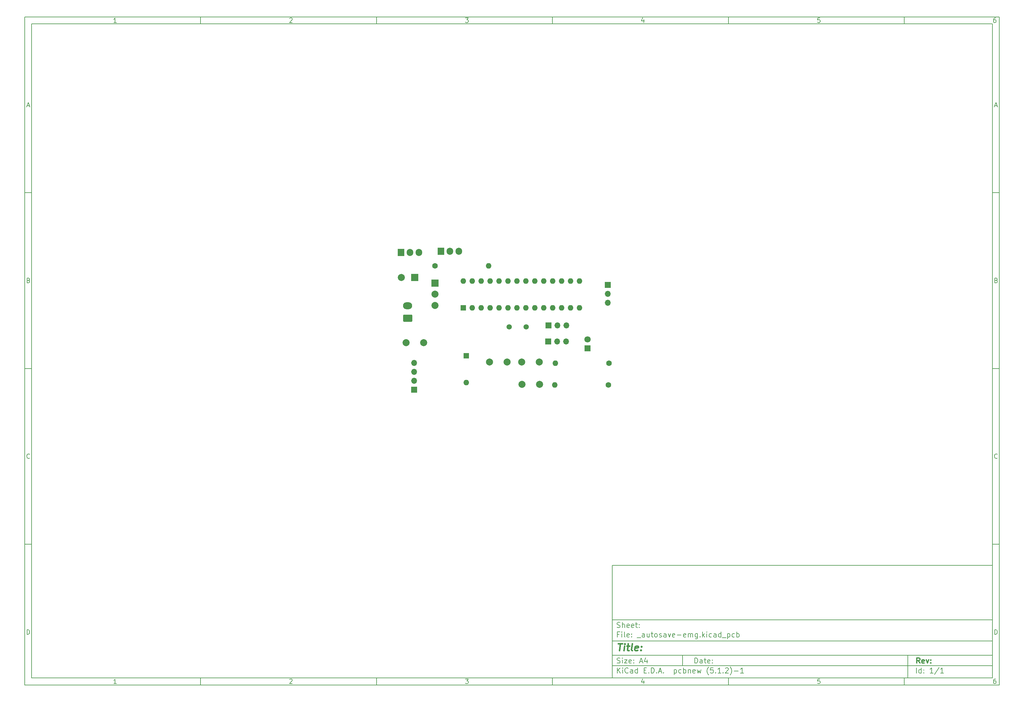
<source format=gbs>
G04 #@! TF.GenerationSoftware,KiCad,Pcbnew,(5.1.2)-1*
G04 #@! TF.CreationDate,2019-08-23T16:27:45-05:00*
G04 #@! TF.ProjectId,_autosave-emg,5f617574-6f73-4617-9665-2d656d672e6b,rev?*
G04 #@! TF.SameCoordinates,Original*
G04 #@! TF.FileFunction,Soldermask,Bot*
G04 #@! TF.FilePolarity,Negative*
%FSLAX46Y46*%
G04 Gerber Fmt 4.6, Leading zero omitted, Abs format (unit mm)*
G04 Created by KiCad (PCBNEW (5.1.2)-1) date 2019-08-23 16:27:45*
%MOMM*%
%LPD*%
G04 APERTURE LIST*
%ADD10C,0.200000*%
%ADD11C,0.150000*%
%ADD12C,0.300000*%
%ADD13C,0.400000*%
%ADD14R,1.998980X1.998980*%
%ADD15C,1.998980*%
%ADD16C,2.000000*%
%ADD17R,1.800000X1.800000*%
%ADD18C,1.800000*%
%ADD19R,1.700000X1.700000*%
%ADD20O,1.700000X1.700000*%
%ADD21O,2.600000X2.000000*%
%ADD22O,1.600000X1.600000*%
%ADD23C,1.600000*%
%ADD24R,1.600000X1.600000*%
%ADD25O,1.905000X2.000000*%
%ADD26R,1.905000X2.000000*%
%ADD27C,1.500000*%
G04 APERTURE END LIST*
D10*
D11*
X177002200Y-166007200D02*
X177002200Y-198007200D01*
X285002200Y-198007200D01*
X285002200Y-166007200D01*
X177002200Y-166007200D01*
D10*
D11*
X10000000Y-10000000D02*
X10000000Y-200007200D01*
X287002200Y-200007200D01*
X287002200Y-10000000D01*
X10000000Y-10000000D01*
D10*
D11*
X12000000Y-12000000D02*
X12000000Y-198007200D01*
X285002200Y-198007200D01*
X285002200Y-12000000D01*
X12000000Y-12000000D01*
D10*
D11*
X60000000Y-12000000D02*
X60000000Y-10000000D01*
D10*
D11*
X110000000Y-12000000D02*
X110000000Y-10000000D01*
D10*
D11*
X160000000Y-12000000D02*
X160000000Y-10000000D01*
D10*
D11*
X210000000Y-12000000D02*
X210000000Y-10000000D01*
D10*
D11*
X260000000Y-12000000D02*
X260000000Y-10000000D01*
D10*
D11*
X36065476Y-11588095D02*
X35322619Y-11588095D01*
X35694047Y-11588095D02*
X35694047Y-10288095D01*
X35570238Y-10473809D01*
X35446428Y-10597619D01*
X35322619Y-10659523D01*
D10*
D11*
X85322619Y-10411904D02*
X85384523Y-10350000D01*
X85508333Y-10288095D01*
X85817857Y-10288095D01*
X85941666Y-10350000D01*
X86003571Y-10411904D01*
X86065476Y-10535714D01*
X86065476Y-10659523D01*
X86003571Y-10845238D01*
X85260714Y-11588095D01*
X86065476Y-11588095D01*
D10*
D11*
X135260714Y-10288095D02*
X136065476Y-10288095D01*
X135632142Y-10783333D01*
X135817857Y-10783333D01*
X135941666Y-10845238D01*
X136003571Y-10907142D01*
X136065476Y-11030952D01*
X136065476Y-11340476D01*
X136003571Y-11464285D01*
X135941666Y-11526190D01*
X135817857Y-11588095D01*
X135446428Y-11588095D01*
X135322619Y-11526190D01*
X135260714Y-11464285D01*
D10*
D11*
X185941666Y-10721428D02*
X185941666Y-11588095D01*
X185632142Y-10226190D02*
X185322619Y-11154761D01*
X186127380Y-11154761D01*
D10*
D11*
X236003571Y-10288095D02*
X235384523Y-10288095D01*
X235322619Y-10907142D01*
X235384523Y-10845238D01*
X235508333Y-10783333D01*
X235817857Y-10783333D01*
X235941666Y-10845238D01*
X236003571Y-10907142D01*
X236065476Y-11030952D01*
X236065476Y-11340476D01*
X236003571Y-11464285D01*
X235941666Y-11526190D01*
X235817857Y-11588095D01*
X235508333Y-11588095D01*
X235384523Y-11526190D01*
X235322619Y-11464285D01*
D10*
D11*
X285941666Y-10288095D02*
X285694047Y-10288095D01*
X285570238Y-10350000D01*
X285508333Y-10411904D01*
X285384523Y-10597619D01*
X285322619Y-10845238D01*
X285322619Y-11340476D01*
X285384523Y-11464285D01*
X285446428Y-11526190D01*
X285570238Y-11588095D01*
X285817857Y-11588095D01*
X285941666Y-11526190D01*
X286003571Y-11464285D01*
X286065476Y-11340476D01*
X286065476Y-11030952D01*
X286003571Y-10907142D01*
X285941666Y-10845238D01*
X285817857Y-10783333D01*
X285570238Y-10783333D01*
X285446428Y-10845238D01*
X285384523Y-10907142D01*
X285322619Y-11030952D01*
D10*
D11*
X60000000Y-198007200D02*
X60000000Y-200007200D01*
D10*
D11*
X110000000Y-198007200D02*
X110000000Y-200007200D01*
D10*
D11*
X160000000Y-198007200D02*
X160000000Y-200007200D01*
D10*
D11*
X210000000Y-198007200D02*
X210000000Y-200007200D01*
D10*
D11*
X260000000Y-198007200D02*
X260000000Y-200007200D01*
D10*
D11*
X36065476Y-199595295D02*
X35322619Y-199595295D01*
X35694047Y-199595295D02*
X35694047Y-198295295D01*
X35570238Y-198481009D01*
X35446428Y-198604819D01*
X35322619Y-198666723D01*
D10*
D11*
X85322619Y-198419104D02*
X85384523Y-198357200D01*
X85508333Y-198295295D01*
X85817857Y-198295295D01*
X85941666Y-198357200D01*
X86003571Y-198419104D01*
X86065476Y-198542914D01*
X86065476Y-198666723D01*
X86003571Y-198852438D01*
X85260714Y-199595295D01*
X86065476Y-199595295D01*
D10*
D11*
X135260714Y-198295295D02*
X136065476Y-198295295D01*
X135632142Y-198790533D01*
X135817857Y-198790533D01*
X135941666Y-198852438D01*
X136003571Y-198914342D01*
X136065476Y-199038152D01*
X136065476Y-199347676D01*
X136003571Y-199471485D01*
X135941666Y-199533390D01*
X135817857Y-199595295D01*
X135446428Y-199595295D01*
X135322619Y-199533390D01*
X135260714Y-199471485D01*
D10*
D11*
X185941666Y-198728628D02*
X185941666Y-199595295D01*
X185632142Y-198233390D02*
X185322619Y-199161961D01*
X186127380Y-199161961D01*
D10*
D11*
X236003571Y-198295295D02*
X235384523Y-198295295D01*
X235322619Y-198914342D01*
X235384523Y-198852438D01*
X235508333Y-198790533D01*
X235817857Y-198790533D01*
X235941666Y-198852438D01*
X236003571Y-198914342D01*
X236065476Y-199038152D01*
X236065476Y-199347676D01*
X236003571Y-199471485D01*
X235941666Y-199533390D01*
X235817857Y-199595295D01*
X235508333Y-199595295D01*
X235384523Y-199533390D01*
X235322619Y-199471485D01*
D10*
D11*
X285941666Y-198295295D02*
X285694047Y-198295295D01*
X285570238Y-198357200D01*
X285508333Y-198419104D01*
X285384523Y-198604819D01*
X285322619Y-198852438D01*
X285322619Y-199347676D01*
X285384523Y-199471485D01*
X285446428Y-199533390D01*
X285570238Y-199595295D01*
X285817857Y-199595295D01*
X285941666Y-199533390D01*
X286003571Y-199471485D01*
X286065476Y-199347676D01*
X286065476Y-199038152D01*
X286003571Y-198914342D01*
X285941666Y-198852438D01*
X285817857Y-198790533D01*
X285570238Y-198790533D01*
X285446428Y-198852438D01*
X285384523Y-198914342D01*
X285322619Y-199038152D01*
D10*
D11*
X10000000Y-60000000D02*
X12000000Y-60000000D01*
D10*
D11*
X10000000Y-110000000D02*
X12000000Y-110000000D01*
D10*
D11*
X10000000Y-160000000D02*
X12000000Y-160000000D01*
D10*
D11*
X10690476Y-35216666D02*
X11309523Y-35216666D01*
X10566666Y-35588095D02*
X11000000Y-34288095D01*
X11433333Y-35588095D01*
D10*
D11*
X11092857Y-84907142D02*
X11278571Y-84969047D01*
X11340476Y-85030952D01*
X11402380Y-85154761D01*
X11402380Y-85340476D01*
X11340476Y-85464285D01*
X11278571Y-85526190D01*
X11154761Y-85588095D01*
X10659523Y-85588095D01*
X10659523Y-84288095D01*
X11092857Y-84288095D01*
X11216666Y-84350000D01*
X11278571Y-84411904D01*
X11340476Y-84535714D01*
X11340476Y-84659523D01*
X11278571Y-84783333D01*
X11216666Y-84845238D01*
X11092857Y-84907142D01*
X10659523Y-84907142D01*
D10*
D11*
X11402380Y-135464285D02*
X11340476Y-135526190D01*
X11154761Y-135588095D01*
X11030952Y-135588095D01*
X10845238Y-135526190D01*
X10721428Y-135402380D01*
X10659523Y-135278571D01*
X10597619Y-135030952D01*
X10597619Y-134845238D01*
X10659523Y-134597619D01*
X10721428Y-134473809D01*
X10845238Y-134350000D01*
X11030952Y-134288095D01*
X11154761Y-134288095D01*
X11340476Y-134350000D01*
X11402380Y-134411904D01*
D10*
D11*
X10659523Y-185588095D02*
X10659523Y-184288095D01*
X10969047Y-184288095D01*
X11154761Y-184350000D01*
X11278571Y-184473809D01*
X11340476Y-184597619D01*
X11402380Y-184845238D01*
X11402380Y-185030952D01*
X11340476Y-185278571D01*
X11278571Y-185402380D01*
X11154761Y-185526190D01*
X10969047Y-185588095D01*
X10659523Y-185588095D01*
D10*
D11*
X287002200Y-60000000D02*
X285002200Y-60000000D01*
D10*
D11*
X287002200Y-110000000D02*
X285002200Y-110000000D01*
D10*
D11*
X287002200Y-160000000D02*
X285002200Y-160000000D01*
D10*
D11*
X285692676Y-35216666D02*
X286311723Y-35216666D01*
X285568866Y-35588095D02*
X286002200Y-34288095D01*
X286435533Y-35588095D01*
D10*
D11*
X286095057Y-84907142D02*
X286280771Y-84969047D01*
X286342676Y-85030952D01*
X286404580Y-85154761D01*
X286404580Y-85340476D01*
X286342676Y-85464285D01*
X286280771Y-85526190D01*
X286156961Y-85588095D01*
X285661723Y-85588095D01*
X285661723Y-84288095D01*
X286095057Y-84288095D01*
X286218866Y-84350000D01*
X286280771Y-84411904D01*
X286342676Y-84535714D01*
X286342676Y-84659523D01*
X286280771Y-84783333D01*
X286218866Y-84845238D01*
X286095057Y-84907142D01*
X285661723Y-84907142D01*
D10*
D11*
X286404580Y-135464285D02*
X286342676Y-135526190D01*
X286156961Y-135588095D01*
X286033152Y-135588095D01*
X285847438Y-135526190D01*
X285723628Y-135402380D01*
X285661723Y-135278571D01*
X285599819Y-135030952D01*
X285599819Y-134845238D01*
X285661723Y-134597619D01*
X285723628Y-134473809D01*
X285847438Y-134350000D01*
X286033152Y-134288095D01*
X286156961Y-134288095D01*
X286342676Y-134350000D01*
X286404580Y-134411904D01*
D10*
D11*
X285661723Y-185588095D02*
X285661723Y-184288095D01*
X285971247Y-184288095D01*
X286156961Y-184350000D01*
X286280771Y-184473809D01*
X286342676Y-184597619D01*
X286404580Y-184845238D01*
X286404580Y-185030952D01*
X286342676Y-185278571D01*
X286280771Y-185402380D01*
X286156961Y-185526190D01*
X285971247Y-185588095D01*
X285661723Y-185588095D01*
D10*
D11*
X200434342Y-193785771D02*
X200434342Y-192285771D01*
X200791485Y-192285771D01*
X201005771Y-192357200D01*
X201148628Y-192500057D01*
X201220057Y-192642914D01*
X201291485Y-192928628D01*
X201291485Y-193142914D01*
X201220057Y-193428628D01*
X201148628Y-193571485D01*
X201005771Y-193714342D01*
X200791485Y-193785771D01*
X200434342Y-193785771D01*
X202577200Y-193785771D02*
X202577200Y-193000057D01*
X202505771Y-192857200D01*
X202362914Y-192785771D01*
X202077200Y-192785771D01*
X201934342Y-192857200D01*
X202577200Y-193714342D02*
X202434342Y-193785771D01*
X202077200Y-193785771D01*
X201934342Y-193714342D01*
X201862914Y-193571485D01*
X201862914Y-193428628D01*
X201934342Y-193285771D01*
X202077200Y-193214342D01*
X202434342Y-193214342D01*
X202577200Y-193142914D01*
X203077200Y-192785771D02*
X203648628Y-192785771D01*
X203291485Y-192285771D02*
X203291485Y-193571485D01*
X203362914Y-193714342D01*
X203505771Y-193785771D01*
X203648628Y-193785771D01*
X204720057Y-193714342D02*
X204577200Y-193785771D01*
X204291485Y-193785771D01*
X204148628Y-193714342D01*
X204077200Y-193571485D01*
X204077200Y-193000057D01*
X204148628Y-192857200D01*
X204291485Y-192785771D01*
X204577200Y-192785771D01*
X204720057Y-192857200D01*
X204791485Y-193000057D01*
X204791485Y-193142914D01*
X204077200Y-193285771D01*
X205434342Y-193642914D02*
X205505771Y-193714342D01*
X205434342Y-193785771D01*
X205362914Y-193714342D01*
X205434342Y-193642914D01*
X205434342Y-193785771D01*
X205434342Y-192857200D02*
X205505771Y-192928628D01*
X205434342Y-193000057D01*
X205362914Y-192928628D01*
X205434342Y-192857200D01*
X205434342Y-193000057D01*
D10*
D11*
X177002200Y-194507200D02*
X285002200Y-194507200D01*
D10*
D11*
X178434342Y-196585771D02*
X178434342Y-195085771D01*
X179291485Y-196585771D02*
X178648628Y-195728628D01*
X179291485Y-195085771D02*
X178434342Y-195942914D01*
X179934342Y-196585771D02*
X179934342Y-195585771D01*
X179934342Y-195085771D02*
X179862914Y-195157200D01*
X179934342Y-195228628D01*
X180005771Y-195157200D01*
X179934342Y-195085771D01*
X179934342Y-195228628D01*
X181505771Y-196442914D02*
X181434342Y-196514342D01*
X181220057Y-196585771D01*
X181077200Y-196585771D01*
X180862914Y-196514342D01*
X180720057Y-196371485D01*
X180648628Y-196228628D01*
X180577200Y-195942914D01*
X180577200Y-195728628D01*
X180648628Y-195442914D01*
X180720057Y-195300057D01*
X180862914Y-195157200D01*
X181077200Y-195085771D01*
X181220057Y-195085771D01*
X181434342Y-195157200D01*
X181505771Y-195228628D01*
X182791485Y-196585771D02*
X182791485Y-195800057D01*
X182720057Y-195657200D01*
X182577200Y-195585771D01*
X182291485Y-195585771D01*
X182148628Y-195657200D01*
X182791485Y-196514342D02*
X182648628Y-196585771D01*
X182291485Y-196585771D01*
X182148628Y-196514342D01*
X182077200Y-196371485D01*
X182077200Y-196228628D01*
X182148628Y-196085771D01*
X182291485Y-196014342D01*
X182648628Y-196014342D01*
X182791485Y-195942914D01*
X184148628Y-196585771D02*
X184148628Y-195085771D01*
X184148628Y-196514342D02*
X184005771Y-196585771D01*
X183720057Y-196585771D01*
X183577200Y-196514342D01*
X183505771Y-196442914D01*
X183434342Y-196300057D01*
X183434342Y-195871485D01*
X183505771Y-195728628D01*
X183577200Y-195657200D01*
X183720057Y-195585771D01*
X184005771Y-195585771D01*
X184148628Y-195657200D01*
X186005771Y-195800057D02*
X186505771Y-195800057D01*
X186720057Y-196585771D02*
X186005771Y-196585771D01*
X186005771Y-195085771D01*
X186720057Y-195085771D01*
X187362914Y-196442914D02*
X187434342Y-196514342D01*
X187362914Y-196585771D01*
X187291485Y-196514342D01*
X187362914Y-196442914D01*
X187362914Y-196585771D01*
X188077200Y-196585771D02*
X188077200Y-195085771D01*
X188434342Y-195085771D01*
X188648628Y-195157200D01*
X188791485Y-195300057D01*
X188862914Y-195442914D01*
X188934342Y-195728628D01*
X188934342Y-195942914D01*
X188862914Y-196228628D01*
X188791485Y-196371485D01*
X188648628Y-196514342D01*
X188434342Y-196585771D01*
X188077200Y-196585771D01*
X189577200Y-196442914D02*
X189648628Y-196514342D01*
X189577200Y-196585771D01*
X189505771Y-196514342D01*
X189577200Y-196442914D01*
X189577200Y-196585771D01*
X190220057Y-196157200D02*
X190934342Y-196157200D01*
X190077200Y-196585771D02*
X190577200Y-195085771D01*
X191077200Y-196585771D01*
X191577200Y-196442914D02*
X191648628Y-196514342D01*
X191577200Y-196585771D01*
X191505771Y-196514342D01*
X191577200Y-196442914D01*
X191577200Y-196585771D01*
X194577200Y-195585771D02*
X194577200Y-197085771D01*
X194577200Y-195657200D02*
X194720057Y-195585771D01*
X195005771Y-195585771D01*
X195148628Y-195657200D01*
X195220057Y-195728628D01*
X195291485Y-195871485D01*
X195291485Y-196300057D01*
X195220057Y-196442914D01*
X195148628Y-196514342D01*
X195005771Y-196585771D01*
X194720057Y-196585771D01*
X194577200Y-196514342D01*
X196577200Y-196514342D02*
X196434342Y-196585771D01*
X196148628Y-196585771D01*
X196005771Y-196514342D01*
X195934342Y-196442914D01*
X195862914Y-196300057D01*
X195862914Y-195871485D01*
X195934342Y-195728628D01*
X196005771Y-195657200D01*
X196148628Y-195585771D01*
X196434342Y-195585771D01*
X196577200Y-195657200D01*
X197220057Y-196585771D02*
X197220057Y-195085771D01*
X197220057Y-195657200D02*
X197362914Y-195585771D01*
X197648628Y-195585771D01*
X197791485Y-195657200D01*
X197862914Y-195728628D01*
X197934342Y-195871485D01*
X197934342Y-196300057D01*
X197862914Y-196442914D01*
X197791485Y-196514342D01*
X197648628Y-196585771D01*
X197362914Y-196585771D01*
X197220057Y-196514342D01*
X198577200Y-195585771D02*
X198577200Y-196585771D01*
X198577200Y-195728628D02*
X198648628Y-195657200D01*
X198791485Y-195585771D01*
X199005771Y-195585771D01*
X199148628Y-195657200D01*
X199220057Y-195800057D01*
X199220057Y-196585771D01*
X200505771Y-196514342D02*
X200362914Y-196585771D01*
X200077200Y-196585771D01*
X199934342Y-196514342D01*
X199862914Y-196371485D01*
X199862914Y-195800057D01*
X199934342Y-195657200D01*
X200077200Y-195585771D01*
X200362914Y-195585771D01*
X200505771Y-195657200D01*
X200577200Y-195800057D01*
X200577200Y-195942914D01*
X199862914Y-196085771D01*
X201077200Y-195585771D02*
X201362914Y-196585771D01*
X201648628Y-195871485D01*
X201934342Y-196585771D01*
X202220057Y-195585771D01*
X204362914Y-197157200D02*
X204291485Y-197085771D01*
X204148628Y-196871485D01*
X204077200Y-196728628D01*
X204005771Y-196514342D01*
X203934342Y-196157200D01*
X203934342Y-195871485D01*
X204005771Y-195514342D01*
X204077200Y-195300057D01*
X204148628Y-195157200D01*
X204291485Y-194942914D01*
X204362914Y-194871485D01*
X205648628Y-195085771D02*
X204934342Y-195085771D01*
X204862914Y-195800057D01*
X204934342Y-195728628D01*
X205077200Y-195657200D01*
X205434342Y-195657200D01*
X205577200Y-195728628D01*
X205648628Y-195800057D01*
X205720057Y-195942914D01*
X205720057Y-196300057D01*
X205648628Y-196442914D01*
X205577200Y-196514342D01*
X205434342Y-196585771D01*
X205077200Y-196585771D01*
X204934342Y-196514342D01*
X204862914Y-196442914D01*
X206362914Y-196442914D02*
X206434342Y-196514342D01*
X206362914Y-196585771D01*
X206291485Y-196514342D01*
X206362914Y-196442914D01*
X206362914Y-196585771D01*
X207862914Y-196585771D02*
X207005771Y-196585771D01*
X207434342Y-196585771D02*
X207434342Y-195085771D01*
X207291485Y-195300057D01*
X207148628Y-195442914D01*
X207005771Y-195514342D01*
X208505771Y-196442914D02*
X208577200Y-196514342D01*
X208505771Y-196585771D01*
X208434342Y-196514342D01*
X208505771Y-196442914D01*
X208505771Y-196585771D01*
X209148628Y-195228628D02*
X209220057Y-195157200D01*
X209362914Y-195085771D01*
X209720057Y-195085771D01*
X209862914Y-195157200D01*
X209934342Y-195228628D01*
X210005771Y-195371485D01*
X210005771Y-195514342D01*
X209934342Y-195728628D01*
X209077200Y-196585771D01*
X210005771Y-196585771D01*
X210505771Y-197157200D02*
X210577200Y-197085771D01*
X210720057Y-196871485D01*
X210791485Y-196728628D01*
X210862914Y-196514342D01*
X210934342Y-196157200D01*
X210934342Y-195871485D01*
X210862914Y-195514342D01*
X210791485Y-195300057D01*
X210720057Y-195157200D01*
X210577200Y-194942914D01*
X210505771Y-194871485D01*
X211648628Y-196014342D02*
X212791485Y-196014342D01*
X214291485Y-196585771D02*
X213434342Y-196585771D01*
X213862914Y-196585771D02*
X213862914Y-195085771D01*
X213720057Y-195300057D01*
X213577200Y-195442914D01*
X213434342Y-195514342D01*
D10*
D11*
X177002200Y-191507200D02*
X285002200Y-191507200D01*
D10*
D12*
X264411485Y-193785771D02*
X263911485Y-193071485D01*
X263554342Y-193785771D02*
X263554342Y-192285771D01*
X264125771Y-192285771D01*
X264268628Y-192357200D01*
X264340057Y-192428628D01*
X264411485Y-192571485D01*
X264411485Y-192785771D01*
X264340057Y-192928628D01*
X264268628Y-193000057D01*
X264125771Y-193071485D01*
X263554342Y-193071485D01*
X265625771Y-193714342D02*
X265482914Y-193785771D01*
X265197200Y-193785771D01*
X265054342Y-193714342D01*
X264982914Y-193571485D01*
X264982914Y-193000057D01*
X265054342Y-192857200D01*
X265197200Y-192785771D01*
X265482914Y-192785771D01*
X265625771Y-192857200D01*
X265697200Y-193000057D01*
X265697200Y-193142914D01*
X264982914Y-193285771D01*
X266197200Y-192785771D02*
X266554342Y-193785771D01*
X266911485Y-192785771D01*
X267482914Y-193642914D02*
X267554342Y-193714342D01*
X267482914Y-193785771D01*
X267411485Y-193714342D01*
X267482914Y-193642914D01*
X267482914Y-193785771D01*
X267482914Y-192857200D02*
X267554342Y-192928628D01*
X267482914Y-193000057D01*
X267411485Y-192928628D01*
X267482914Y-192857200D01*
X267482914Y-193000057D01*
D10*
D11*
X178362914Y-193714342D02*
X178577200Y-193785771D01*
X178934342Y-193785771D01*
X179077200Y-193714342D01*
X179148628Y-193642914D01*
X179220057Y-193500057D01*
X179220057Y-193357200D01*
X179148628Y-193214342D01*
X179077200Y-193142914D01*
X178934342Y-193071485D01*
X178648628Y-193000057D01*
X178505771Y-192928628D01*
X178434342Y-192857200D01*
X178362914Y-192714342D01*
X178362914Y-192571485D01*
X178434342Y-192428628D01*
X178505771Y-192357200D01*
X178648628Y-192285771D01*
X179005771Y-192285771D01*
X179220057Y-192357200D01*
X179862914Y-193785771D02*
X179862914Y-192785771D01*
X179862914Y-192285771D02*
X179791485Y-192357200D01*
X179862914Y-192428628D01*
X179934342Y-192357200D01*
X179862914Y-192285771D01*
X179862914Y-192428628D01*
X180434342Y-192785771D02*
X181220057Y-192785771D01*
X180434342Y-193785771D01*
X181220057Y-193785771D01*
X182362914Y-193714342D02*
X182220057Y-193785771D01*
X181934342Y-193785771D01*
X181791485Y-193714342D01*
X181720057Y-193571485D01*
X181720057Y-193000057D01*
X181791485Y-192857200D01*
X181934342Y-192785771D01*
X182220057Y-192785771D01*
X182362914Y-192857200D01*
X182434342Y-193000057D01*
X182434342Y-193142914D01*
X181720057Y-193285771D01*
X183077200Y-193642914D02*
X183148628Y-193714342D01*
X183077200Y-193785771D01*
X183005771Y-193714342D01*
X183077200Y-193642914D01*
X183077200Y-193785771D01*
X183077200Y-192857200D02*
X183148628Y-192928628D01*
X183077200Y-193000057D01*
X183005771Y-192928628D01*
X183077200Y-192857200D01*
X183077200Y-193000057D01*
X184862914Y-193357200D02*
X185577200Y-193357200D01*
X184720057Y-193785771D02*
X185220057Y-192285771D01*
X185720057Y-193785771D01*
X186862914Y-192785771D02*
X186862914Y-193785771D01*
X186505771Y-192214342D02*
X186148628Y-193285771D01*
X187077200Y-193285771D01*
D10*
D11*
X263434342Y-196585771D02*
X263434342Y-195085771D01*
X264791485Y-196585771D02*
X264791485Y-195085771D01*
X264791485Y-196514342D02*
X264648628Y-196585771D01*
X264362914Y-196585771D01*
X264220057Y-196514342D01*
X264148628Y-196442914D01*
X264077200Y-196300057D01*
X264077200Y-195871485D01*
X264148628Y-195728628D01*
X264220057Y-195657200D01*
X264362914Y-195585771D01*
X264648628Y-195585771D01*
X264791485Y-195657200D01*
X265505771Y-196442914D02*
X265577200Y-196514342D01*
X265505771Y-196585771D01*
X265434342Y-196514342D01*
X265505771Y-196442914D01*
X265505771Y-196585771D01*
X265505771Y-195657200D02*
X265577200Y-195728628D01*
X265505771Y-195800057D01*
X265434342Y-195728628D01*
X265505771Y-195657200D01*
X265505771Y-195800057D01*
X268148628Y-196585771D02*
X267291485Y-196585771D01*
X267720057Y-196585771D02*
X267720057Y-195085771D01*
X267577200Y-195300057D01*
X267434342Y-195442914D01*
X267291485Y-195514342D01*
X269862914Y-195014342D02*
X268577200Y-196942914D01*
X271148628Y-196585771D02*
X270291485Y-196585771D01*
X270720057Y-196585771D02*
X270720057Y-195085771D01*
X270577200Y-195300057D01*
X270434342Y-195442914D01*
X270291485Y-195514342D01*
D10*
D11*
X177002200Y-187507200D02*
X285002200Y-187507200D01*
D10*
D13*
X178714580Y-188211961D02*
X179857438Y-188211961D01*
X179036009Y-190211961D02*
X179286009Y-188211961D01*
X180274104Y-190211961D02*
X180440771Y-188878628D01*
X180524104Y-188211961D02*
X180416961Y-188307200D01*
X180500295Y-188402438D01*
X180607438Y-188307200D01*
X180524104Y-188211961D01*
X180500295Y-188402438D01*
X181107438Y-188878628D02*
X181869342Y-188878628D01*
X181476485Y-188211961D02*
X181262200Y-189926247D01*
X181333628Y-190116723D01*
X181512200Y-190211961D01*
X181702676Y-190211961D01*
X182655057Y-190211961D02*
X182476485Y-190116723D01*
X182405057Y-189926247D01*
X182619342Y-188211961D01*
X184190771Y-190116723D02*
X183988390Y-190211961D01*
X183607438Y-190211961D01*
X183428866Y-190116723D01*
X183357438Y-189926247D01*
X183452676Y-189164342D01*
X183571723Y-188973866D01*
X183774104Y-188878628D01*
X184155057Y-188878628D01*
X184333628Y-188973866D01*
X184405057Y-189164342D01*
X184381247Y-189354819D01*
X183405057Y-189545295D01*
X185155057Y-190021485D02*
X185238390Y-190116723D01*
X185131247Y-190211961D01*
X185047914Y-190116723D01*
X185155057Y-190021485D01*
X185131247Y-190211961D01*
X185286009Y-188973866D02*
X185369342Y-189069104D01*
X185262200Y-189164342D01*
X185178866Y-189069104D01*
X185286009Y-188973866D01*
X185262200Y-189164342D01*
D10*
D11*
X178934342Y-185600057D02*
X178434342Y-185600057D01*
X178434342Y-186385771D02*
X178434342Y-184885771D01*
X179148628Y-184885771D01*
X179720057Y-186385771D02*
X179720057Y-185385771D01*
X179720057Y-184885771D02*
X179648628Y-184957200D01*
X179720057Y-185028628D01*
X179791485Y-184957200D01*
X179720057Y-184885771D01*
X179720057Y-185028628D01*
X180648628Y-186385771D02*
X180505771Y-186314342D01*
X180434342Y-186171485D01*
X180434342Y-184885771D01*
X181791485Y-186314342D02*
X181648628Y-186385771D01*
X181362914Y-186385771D01*
X181220057Y-186314342D01*
X181148628Y-186171485D01*
X181148628Y-185600057D01*
X181220057Y-185457200D01*
X181362914Y-185385771D01*
X181648628Y-185385771D01*
X181791485Y-185457200D01*
X181862914Y-185600057D01*
X181862914Y-185742914D01*
X181148628Y-185885771D01*
X182505771Y-186242914D02*
X182577200Y-186314342D01*
X182505771Y-186385771D01*
X182434342Y-186314342D01*
X182505771Y-186242914D01*
X182505771Y-186385771D01*
X182505771Y-185457200D02*
X182577200Y-185528628D01*
X182505771Y-185600057D01*
X182434342Y-185528628D01*
X182505771Y-185457200D01*
X182505771Y-185600057D01*
X184005771Y-186528628D02*
X185148628Y-186528628D01*
X186148628Y-186385771D02*
X186148628Y-185600057D01*
X186077200Y-185457200D01*
X185934342Y-185385771D01*
X185648628Y-185385771D01*
X185505771Y-185457200D01*
X186148628Y-186314342D02*
X186005771Y-186385771D01*
X185648628Y-186385771D01*
X185505771Y-186314342D01*
X185434342Y-186171485D01*
X185434342Y-186028628D01*
X185505771Y-185885771D01*
X185648628Y-185814342D01*
X186005771Y-185814342D01*
X186148628Y-185742914D01*
X187505771Y-185385771D02*
X187505771Y-186385771D01*
X186862914Y-185385771D02*
X186862914Y-186171485D01*
X186934342Y-186314342D01*
X187077200Y-186385771D01*
X187291485Y-186385771D01*
X187434342Y-186314342D01*
X187505771Y-186242914D01*
X188005771Y-185385771D02*
X188577200Y-185385771D01*
X188220057Y-184885771D02*
X188220057Y-186171485D01*
X188291485Y-186314342D01*
X188434342Y-186385771D01*
X188577200Y-186385771D01*
X189291485Y-186385771D02*
X189148628Y-186314342D01*
X189077200Y-186242914D01*
X189005771Y-186100057D01*
X189005771Y-185671485D01*
X189077200Y-185528628D01*
X189148628Y-185457200D01*
X189291485Y-185385771D01*
X189505771Y-185385771D01*
X189648628Y-185457200D01*
X189720057Y-185528628D01*
X189791485Y-185671485D01*
X189791485Y-186100057D01*
X189720057Y-186242914D01*
X189648628Y-186314342D01*
X189505771Y-186385771D01*
X189291485Y-186385771D01*
X190362914Y-186314342D02*
X190505771Y-186385771D01*
X190791485Y-186385771D01*
X190934342Y-186314342D01*
X191005771Y-186171485D01*
X191005771Y-186100057D01*
X190934342Y-185957200D01*
X190791485Y-185885771D01*
X190577200Y-185885771D01*
X190434342Y-185814342D01*
X190362914Y-185671485D01*
X190362914Y-185600057D01*
X190434342Y-185457200D01*
X190577200Y-185385771D01*
X190791485Y-185385771D01*
X190934342Y-185457200D01*
X192291485Y-186385771D02*
X192291485Y-185600057D01*
X192220057Y-185457200D01*
X192077200Y-185385771D01*
X191791485Y-185385771D01*
X191648628Y-185457200D01*
X192291485Y-186314342D02*
X192148628Y-186385771D01*
X191791485Y-186385771D01*
X191648628Y-186314342D01*
X191577200Y-186171485D01*
X191577200Y-186028628D01*
X191648628Y-185885771D01*
X191791485Y-185814342D01*
X192148628Y-185814342D01*
X192291485Y-185742914D01*
X192862914Y-185385771D02*
X193220057Y-186385771D01*
X193577200Y-185385771D01*
X194720057Y-186314342D02*
X194577200Y-186385771D01*
X194291485Y-186385771D01*
X194148628Y-186314342D01*
X194077200Y-186171485D01*
X194077200Y-185600057D01*
X194148628Y-185457200D01*
X194291485Y-185385771D01*
X194577200Y-185385771D01*
X194720057Y-185457200D01*
X194791485Y-185600057D01*
X194791485Y-185742914D01*
X194077200Y-185885771D01*
X195434342Y-185814342D02*
X196577200Y-185814342D01*
X197862914Y-186314342D02*
X197720057Y-186385771D01*
X197434342Y-186385771D01*
X197291485Y-186314342D01*
X197220057Y-186171485D01*
X197220057Y-185600057D01*
X197291485Y-185457200D01*
X197434342Y-185385771D01*
X197720057Y-185385771D01*
X197862914Y-185457200D01*
X197934342Y-185600057D01*
X197934342Y-185742914D01*
X197220057Y-185885771D01*
X198577200Y-186385771D02*
X198577200Y-185385771D01*
X198577200Y-185528628D02*
X198648628Y-185457200D01*
X198791485Y-185385771D01*
X199005771Y-185385771D01*
X199148628Y-185457200D01*
X199220057Y-185600057D01*
X199220057Y-186385771D01*
X199220057Y-185600057D02*
X199291485Y-185457200D01*
X199434342Y-185385771D01*
X199648628Y-185385771D01*
X199791485Y-185457200D01*
X199862914Y-185600057D01*
X199862914Y-186385771D01*
X201220057Y-185385771D02*
X201220057Y-186600057D01*
X201148628Y-186742914D01*
X201077200Y-186814342D01*
X200934342Y-186885771D01*
X200720057Y-186885771D01*
X200577200Y-186814342D01*
X201220057Y-186314342D02*
X201077200Y-186385771D01*
X200791485Y-186385771D01*
X200648628Y-186314342D01*
X200577200Y-186242914D01*
X200505771Y-186100057D01*
X200505771Y-185671485D01*
X200577200Y-185528628D01*
X200648628Y-185457200D01*
X200791485Y-185385771D01*
X201077200Y-185385771D01*
X201220057Y-185457200D01*
X201934342Y-186242914D02*
X202005771Y-186314342D01*
X201934342Y-186385771D01*
X201862914Y-186314342D01*
X201934342Y-186242914D01*
X201934342Y-186385771D01*
X202648628Y-186385771D02*
X202648628Y-184885771D01*
X202791485Y-185814342D02*
X203220057Y-186385771D01*
X203220057Y-185385771D02*
X202648628Y-185957200D01*
X203862914Y-186385771D02*
X203862914Y-185385771D01*
X203862914Y-184885771D02*
X203791485Y-184957200D01*
X203862914Y-185028628D01*
X203934342Y-184957200D01*
X203862914Y-184885771D01*
X203862914Y-185028628D01*
X205220057Y-186314342D02*
X205077200Y-186385771D01*
X204791485Y-186385771D01*
X204648628Y-186314342D01*
X204577200Y-186242914D01*
X204505771Y-186100057D01*
X204505771Y-185671485D01*
X204577200Y-185528628D01*
X204648628Y-185457200D01*
X204791485Y-185385771D01*
X205077200Y-185385771D01*
X205220057Y-185457200D01*
X206505771Y-186385771D02*
X206505771Y-185600057D01*
X206434342Y-185457200D01*
X206291485Y-185385771D01*
X206005771Y-185385771D01*
X205862914Y-185457200D01*
X206505771Y-186314342D02*
X206362914Y-186385771D01*
X206005771Y-186385771D01*
X205862914Y-186314342D01*
X205791485Y-186171485D01*
X205791485Y-186028628D01*
X205862914Y-185885771D01*
X206005771Y-185814342D01*
X206362914Y-185814342D01*
X206505771Y-185742914D01*
X207862914Y-186385771D02*
X207862914Y-184885771D01*
X207862914Y-186314342D02*
X207720057Y-186385771D01*
X207434342Y-186385771D01*
X207291485Y-186314342D01*
X207220057Y-186242914D01*
X207148628Y-186100057D01*
X207148628Y-185671485D01*
X207220057Y-185528628D01*
X207291485Y-185457200D01*
X207434342Y-185385771D01*
X207720057Y-185385771D01*
X207862914Y-185457200D01*
X208220057Y-186528628D02*
X209362914Y-186528628D01*
X209720057Y-185385771D02*
X209720057Y-186885771D01*
X209720057Y-185457200D02*
X209862914Y-185385771D01*
X210148628Y-185385771D01*
X210291485Y-185457200D01*
X210362914Y-185528628D01*
X210434342Y-185671485D01*
X210434342Y-186100057D01*
X210362914Y-186242914D01*
X210291485Y-186314342D01*
X210148628Y-186385771D01*
X209862914Y-186385771D01*
X209720057Y-186314342D01*
X211720057Y-186314342D02*
X211577200Y-186385771D01*
X211291485Y-186385771D01*
X211148628Y-186314342D01*
X211077200Y-186242914D01*
X211005771Y-186100057D01*
X211005771Y-185671485D01*
X211077200Y-185528628D01*
X211148628Y-185457200D01*
X211291485Y-185385771D01*
X211577200Y-185385771D01*
X211720057Y-185457200D01*
X212362914Y-186385771D02*
X212362914Y-184885771D01*
X212362914Y-185457200D02*
X212505771Y-185385771D01*
X212791485Y-185385771D01*
X212934342Y-185457200D01*
X213005771Y-185528628D01*
X213077200Y-185671485D01*
X213077200Y-186100057D01*
X213005771Y-186242914D01*
X212934342Y-186314342D01*
X212791485Y-186385771D01*
X212505771Y-186385771D01*
X212362914Y-186314342D01*
D10*
D11*
X177002200Y-181507200D02*
X285002200Y-181507200D01*
D10*
D11*
X178362914Y-183614342D02*
X178577200Y-183685771D01*
X178934342Y-183685771D01*
X179077200Y-183614342D01*
X179148628Y-183542914D01*
X179220057Y-183400057D01*
X179220057Y-183257200D01*
X179148628Y-183114342D01*
X179077200Y-183042914D01*
X178934342Y-182971485D01*
X178648628Y-182900057D01*
X178505771Y-182828628D01*
X178434342Y-182757200D01*
X178362914Y-182614342D01*
X178362914Y-182471485D01*
X178434342Y-182328628D01*
X178505771Y-182257200D01*
X178648628Y-182185771D01*
X179005771Y-182185771D01*
X179220057Y-182257200D01*
X179862914Y-183685771D02*
X179862914Y-182185771D01*
X180505771Y-183685771D02*
X180505771Y-182900057D01*
X180434342Y-182757200D01*
X180291485Y-182685771D01*
X180077200Y-182685771D01*
X179934342Y-182757200D01*
X179862914Y-182828628D01*
X181791485Y-183614342D02*
X181648628Y-183685771D01*
X181362914Y-183685771D01*
X181220057Y-183614342D01*
X181148628Y-183471485D01*
X181148628Y-182900057D01*
X181220057Y-182757200D01*
X181362914Y-182685771D01*
X181648628Y-182685771D01*
X181791485Y-182757200D01*
X181862914Y-182900057D01*
X181862914Y-183042914D01*
X181148628Y-183185771D01*
X183077200Y-183614342D02*
X182934342Y-183685771D01*
X182648628Y-183685771D01*
X182505771Y-183614342D01*
X182434342Y-183471485D01*
X182434342Y-182900057D01*
X182505771Y-182757200D01*
X182648628Y-182685771D01*
X182934342Y-182685771D01*
X183077200Y-182757200D01*
X183148628Y-182900057D01*
X183148628Y-183042914D01*
X182434342Y-183185771D01*
X183577200Y-182685771D02*
X184148628Y-182685771D01*
X183791485Y-182185771D02*
X183791485Y-183471485D01*
X183862914Y-183614342D01*
X184005771Y-183685771D01*
X184148628Y-183685771D01*
X184648628Y-183542914D02*
X184720057Y-183614342D01*
X184648628Y-183685771D01*
X184577200Y-183614342D01*
X184648628Y-183542914D01*
X184648628Y-183685771D01*
X184648628Y-182757200D02*
X184720057Y-182828628D01*
X184648628Y-182900057D01*
X184577200Y-182828628D01*
X184648628Y-182757200D01*
X184648628Y-182900057D01*
D10*
D11*
X197002200Y-191507200D02*
X197002200Y-194507200D01*
D10*
D11*
X261002200Y-191507200D02*
X261002200Y-198007200D01*
D14*
X120827800Y-84099400D03*
D15*
X117017800Y-84099400D03*
D16*
X123427500Y-102641400D03*
X118427500Y-102641400D03*
X156311600Y-114515900D03*
X151311600Y-114515900D03*
X151257000Y-108165900D03*
X156257000Y-108165900D03*
X142066000Y-108165900D03*
X147066000Y-108165900D03*
D17*
X169951400Y-104241600D03*
D18*
X169951400Y-101701600D03*
D19*
X158826200Y-97713800D03*
D20*
X161366200Y-97713800D03*
X163906200Y-97713800D03*
D19*
X158813500Y-102273100D03*
D20*
X161353500Y-102273100D03*
X163893500Y-102273100D03*
D10*
G36*
X119933804Y-94683004D02*
G01*
X119958073Y-94686604D01*
X119981871Y-94692565D01*
X120004971Y-94700830D01*
X120027149Y-94711320D01*
X120048193Y-94723933D01*
X120067898Y-94738547D01*
X120086077Y-94755023D01*
X120102553Y-94773202D01*
X120117167Y-94792907D01*
X120129780Y-94813951D01*
X120140270Y-94836129D01*
X120148535Y-94859229D01*
X120154496Y-94883027D01*
X120158096Y-94907296D01*
X120159300Y-94931800D01*
X120159300Y-96431800D01*
X120158096Y-96456304D01*
X120154496Y-96480573D01*
X120148535Y-96504371D01*
X120140270Y-96527471D01*
X120129780Y-96549649D01*
X120117167Y-96570693D01*
X120102553Y-96590398D01*
X120086077Y-96608577D01*
X120067898Y-96625053D01*
X120048193Y-96639667D01*
X120027149Y-96652280D01*
X120004971Y-96662770D01*
X119981871Y-96671035D01*
X119958073Y-96676996D01*
X119933804Y-96680596D01*
X119909300Y-96681800D01*
X117809300Y-96681800D01*
X117784796Y-96680596D01*
X117760527Y-96676996D01*
X117736729Y-96671035D01*
X117713629Y-96662770D01*
X117691451Y-96652280D01*
X117670407Y-96639667D01*
X117650702Y-96625053D01*
X117632523Y-96608577D01*
X117616047Y-96590398D01*
X117601433Y-96570693D01*
X117588820Y-96549649D01*
X117578330Y-96527471D01*
X117570065Y-96504371D01*
X117564104Y-96480573D01*
X117560504Y-96456304D01*
X117559300Y-96431800D01*
X117559300Y-94931800D01*
X117560504Y-94907296D01*
X117564104Y-94883027D01*
X117570065Y-94859229D01*
X117578330Y-94836129D01*
X117588820Y-94813951D01*
X117601433Y-94792907D01*
X117616047Y-94773202D01*
X117632523Y-94755023D01*
X117650702Y-94738547D01*
X117670407Y-94723933D01*
X117691451Y-94711320D01*
X117713629Y-94700830D01*
X117736729Y-94692565D01*
X117760527Y-94686604D01*
X117784796Y-94683004D01*
X117809300Y-94681800D01*
X119909300Y-94681800D01*
X119933804Y-94683004D01*
X119933804Y-94683004D01*
G37*
D16*
X118859300Y-95681800D03*
D21*
X118859300Y-92181800D03*
D22*
X141859000Y-80797400D03*
D23*
X126619000Y-80797400D03*
X176060100Y-108508800D03*
D22*
X160820100Y-108508800D03*
D23*
X175920400Y-114668300D03*
D22*
X160680400Y-114668300D03*
D19*
X120650000Y-116001800D03*
D20*
X120650000Y-113461800D03*
X120650000Y-110921800D03*
X120650000Y-108381800D03*
D14*
X126644400Y-85674200D03*
D15*
X126644400Y-88849200D03*
X126644400Y-92024200D03*
D20*
X175691800Y-91313000D03*
X175691800Y-88773000D03*
D19*
X175691800Y-86233000D03*
D24*
X135496300Y-106362500D03*
D22*
X135496300Y-113982500D03*
D25*
X122021600Y-76987400D03*
X119481600Y-76987400D03*
D26*
X116941600Y-76987400D03*
X128295400Y-76657200D03*
D25*
X130835400Y-76657200D03*
X133375400Y-76657200D03*
D24*
X134620000Y-92710000D03*
D22*
X167640000Y-85090000D03*
X137160000Y-92710000D03*
X165100000Y-85090000D03*
X139700000Y-92710000D03*
X162560000Y-85090000D03*
X142240000Y-92710000D03*
X160020000Y-85090000D03*
X144780000Y-92710000D03*
X157480000Y-85090000D03*
X147320000Y-92710000D03*
X154940000Y-85090000D03*
X149860000Y-92710000D03*
X152400000Y-85090000D03*
X152400000Y-92710000D03*
X149860000Y-85090000D03*
X154940000Y-92710000D03*
X147320000Y-85090000D03*
X157480000Y-92710000D03*
X144780000Y-85090000D03*
X160020000Y-92710000D03*
X142240000Y-85090000D03*
X162560000Y-92710000D03*
X139700000Y-85090000D03*
X165100000Y-92710000D03*
X137160000Y-85090000D03*
X167640000Y-92710000D03*
X134620000Y-85090000D03*
D27*
X152552400Y-98171000D03*
X147652400Y-98171000D03*
M02*

</source>
